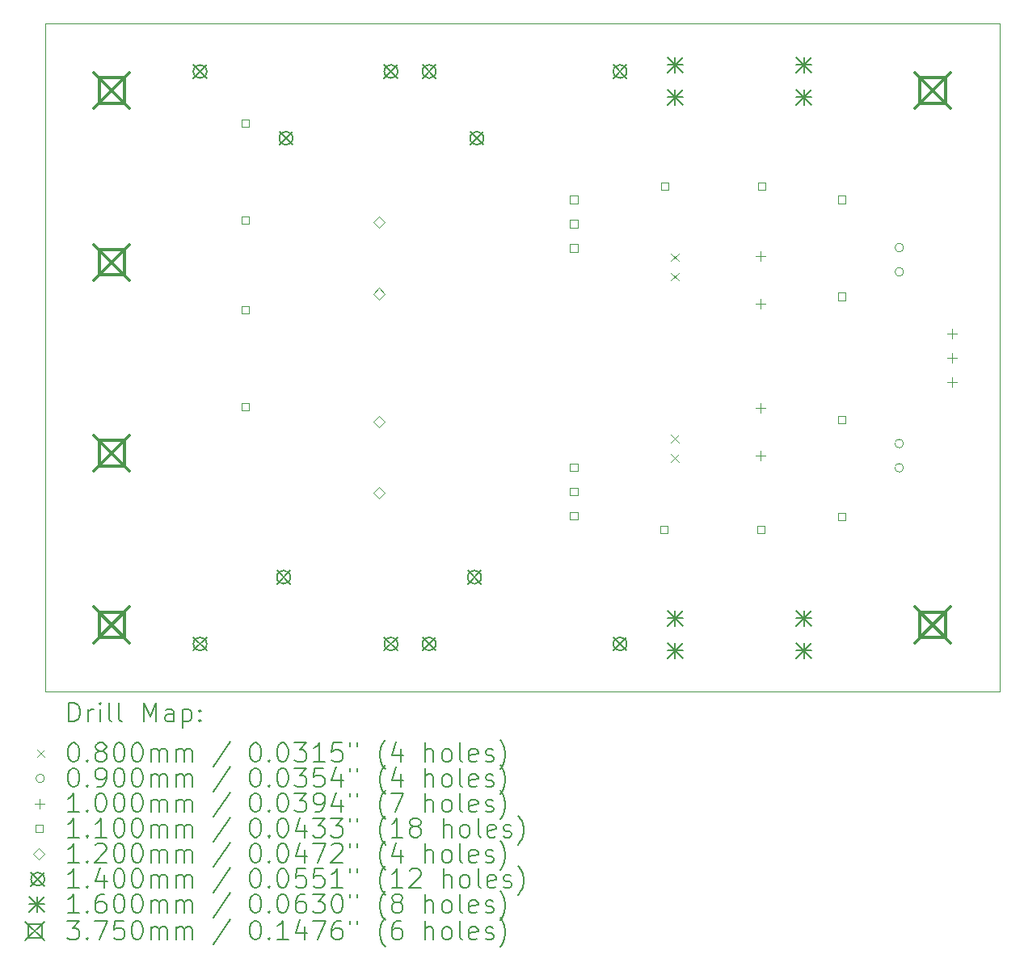
<source format=gbr>
%TF.GenerationSoftware,KiCad,Pcbnew,(6.0.10)*%
%TF.CreationDate,2023-01-15T18:31:13-05:00*%
%TF.ProjectId,Bipolar power supply,4269706f-6c61-4722-9070-6f7765722073,0*%
%TF.SameCoordinates,PX2faf080PY80befc0*%
%TF.FileFunction,Drillmap*%
%TF.FilePolarity,Positive*%
%FSLAX45Y45*%
G04 Gerber Fmt 4.5, Leading zero omitted, Abs format (unit mm)*
G04 Created by KiCad (PCBNEW (6.0.10)) date 2023-01-15 18:31:13*
%MOMM*%
%LPD*%
G01*
G04 APERTURE LIST*
%ADD10C,0.100000*%
%ADD11C,0.200000*%
%ADD12C,0.080000*%
%ADD13C,0.090000*%
%ADD14C,0.110000*%
%ADD15C,0.120000*%
%ADD16C,0.140000*%
%ADD17C,0.160000*%
%ADD18C,0.375000*%
G04 APERTURE END LIST*
D10*
X0Y7000000D02*
X10000000Y7000000D01*
X10000000Y7000000D02*
X10000000Y0D01*
X10000000Y0D02*
X0Y0D01*
X0Y0D02*
X0Y7000000D01*
D11*
D12*
X6560000Y4590000D02*
X6640000Y4510000D01*
X6640000Y4590000D02*
X6560000Y4510000D01*
X6560000Y4390000D02*
X6640000Y4310000D01*
X6640000Y4390000D02*
X6560000Y4310000D01*
X6560000Y2690000D02*
X6640000Y2610000D01*
X6640000Y2690000D02*
X6560000Y2610000D01*
X6560000Y2490000D02*
X6640000Y2410000D01*
X6640000Y2490000D02*
X6560000Y2410000D01*
D13*
X8995000Y4654000D02*
G75*
G03*
X8995000Y4654000I-45000J0D01*
G01*
X8995000Y4400000D02*
G75*
G03*
X8995000Y4400000I-45000J0D01*
G01*
X8995000Y2600000D02*
G75*
G03*
X8995000Y2600000I-45000J0D01*
G01*
X8995000Y2346000D02*
G75*
G03*
X8995000Y2346000I-45000J0D01*
G01*
D10*
X7500000Y4613232D02*
X7500000Y4513232D01*
X7450000Y4563232D02*
X7550000Y4563232D01*
X7500000Y4113232D02*
X7500000Y4013232D01*
X7450000Y4063232D02*
X7550000Y4063232D01*
X7500000Y3020606D02*
X7500000Y2920606D01*
X7450000Y2970606D02*
X7550000Y2970606D01*
X7500000Y2520606D02*
X7500000Y2420606D01*
X7450000Y2470606D02*
X7550000Y2470606D01*
X9500000Y3802500D02*
X9500000Y3702500D01*
X9450000Y3752500D02*
X9550000Y3752500D01*
X9500000Y3548500D02*
X9500000Y3448500D01*
X9450000Y3498500D02*
X9550000Y3498500D01*
X9500000Y3294500D02*
X9500000Y3194500D01*
X9450000Y3244500D02*
X9550000Y3244500D01*
D14*
X2138891Y5919109D02*
X2138891Y5996891D01*
X2061109Y5996891D01*
X2061109Y5919109D01*
X2138891Y5919109D01*
X2138891Y4903109D02*
X2138891Y4980891D01*
X2061109Y4980891D01*
X2061109Y4903109D01*
X2138891Y4903109D01*
X2138891Y3961109D02*
X2138891Y4038891D01*
X2061109Y4038891D01*
X2061109Y3961109D01*
X2138891Y3961109D01*
X2138891Y2945109D02*
X2138891Y3022891D01*
X2061109Y3022891D01*
X2061109Y2945109D01*
X2138891Y2945109D01*
X5578891Y5119109D02*
X5578891Y5196891D01*
X5501109Y5196891D01*
X5501109Y5119109D01*
X5578891Y5119109D01*
X5578891Y4865109D02*
X5578891Y4942891D01*
X5501109Y4942891D01*
X5501109Y4865109D01*
X5578891Y4865109D01*
X5578891Y4611109D02*
X5578891Y4688891D01*
X5501109Y4688891D01*
X5501109Y4611109D01*
X5578891Y4611109D01*
X5578891Y2314109D02*
X5578891Y2391891D01*
X5501109Y2391891D01*
X5501109Y2314109D01*
X5578891Y2314109D01*
X5578891Y2060109D02*
X5578891Y2137891D01*
X5501109Y2137891D01*
X5501109Y2060109D01*
X5578891Y2060109D01*
X5578891Y1806109D02*
X5578891Y1883891D01*
X5501109Y1883891D01*
X5501109Y1806109D01*
X5578891Y1806109D01*
X6522891Y1661109D02*
X6522891Y1738891D01*
X6445109Y1738891D01*
X6445109Y1661109D01*
X6522891Y1661109D01*
X6530891Y5261109D02*
X6530891Y5338891D01*
X6453109Y5338891D01*
X6453109Y5261109D01*
X6530891Y5261109D01*
X7538891Y1661109D02*
X7538891Y1738891D01*
X7461109Y1738891D01*
X7461109Y1661109D01*
X7538891Y1661109D01*
X7546891Y5261109D02*
X7546891Y5338891D01*
X7469109Y5338891D01*
X7469109Y5261109D01*
X7546891Y5261109D01*
X8388891Y5119109D02*
X8388891Y5196891D01*
X8311109Y5196891D01*
X8311109Y5119109D01*
X8388891Y5119109D01*
X8388891Y4103109D02*
X8388891Y4180891D01*
X8311109Y4180891D01*
X8311109Y4103109D01*
X8388891Y4103109D01*
X8388891Y2811109D02*
X8388891Y2888891D01*
X8311109Y2888891D01*
X8311109Y2811109D01*
X8388891Y2811109D01*
X8388891Y1795109D02*
X8388891Y1872891D01*
X8311109Y1872891D01*
X8311109Y1795109D01*
X8388891Y1795109D01*
D15*
X3500000Y4860914D02*
X3560000Y4920914D01*
X3500000Y4980914D01*
X3440000Y4920914D01*
X3500000Y4860914D01*
X3500000Y4110914D02*
X3560000Y4170914D01*
X3500000Y4230914D01*
X3440000Y4170914D01*
X3500000Y4110914D01*
X3500000Y2772652D02*
X3560000Y2832652D01*
X3500000Y2892652D01*
X3440000Y2832652D01*
X3500000Y2772652D01*
X3500000Y2022652D02*
X3560000Y2082652D01*
X3500000Y2142652D01*
X3440000Y2082652D01*
X3500000Y2022652D01*
D16*
X1555000Y6570000D02*
X1695000Y6430000D01*
X1695000Y6570000D02*
X1555000Y6430000D01*
X1695000Y6500000D02*
G75*
G03*
X1695000Y6500000I-70000J0D01*
G01*
X1555000Y570000D02*
X1695000Y430000D01*
X1695000Y570000D02*
X1555000Y430000D01*
X1695000Y500000D02*
G75*
G03*
X1695000Y500000I-70000J0D01*
G01*
X2430000Y1270000D02*
X2570000Y1130000D01*
X2570000Y1270000D02*
X2430000Y1130000D01*
X2570000Y1200000D02*
G75*
G03*
X2570000Y1200000I-70000J0D01*
G01*
X2455000Y5870000D02*
X2595000Y5730000D01*
X2595000Y5870000D02*
X2455000Y5730000D01*
X2595000Y5800000D02*
G75*
G03*
X2595000Y5800000I-70000J0D01*
G01*
X3555000Y6570000D02*
X3695000Y6430000D01*
X3695000Y6570000D02*
X3555000Y6430000D01*
X3695000Y6500000D02*
G75*
G03*
X3695000Y6500000I-70000J0D01*
G01*
X3555000Y570000D02*
X3695000Y430000D01*
X3695000Y570000D02*
X3555000Y430000D01*
X3695000Y500000D02*
G75*
G03*
X3695000Y500000I-70000J0D01*
G01*
X3955000Y6570000D02*
X4095000Y6430000D01*
X4095000Y6570000D02*
X3955000Y6430000D01*
X4095000Y6500000D02*
G75*
G03*
X4095000Y6500000I-70000J0D01*
G01*
X3955000Y570000D02*
X4095000Y430000D01*
X4095000Y570000D02*
X3955000Y430000D01*
X4095000Y500000D02*
G75*
G03*
X4095000Y500000I-70000J0D01*
G01*
X4430000Y1270000D02*
X4570000Y1130000D01*
X4570000Y1270000D02*
X4430000Y1130000D01*
X4570000Y1200000D02*
G75*
G03*
X4570000Y1200000I-70000J0D01*
G01*
X4455000Y5870000D02*
X4595000Y5730000D01*
X4595000Y5870000D02*
X4455000Y5730000D01*
X4595000Y5800000D02*
G75*
G03*
X4595000Y5800000I-70000J0D01*
G01*
X5955000Y6570000D02*
X6095000Y6430000D01*
X6095000Y6570000D02*
X5955000Y6430000D01*
X6095000Y6500000D02*
G75*
G03*
X6095000Y6500000I-70000J0D01*
G01*
X5955000Y570000D02*
X6095000Y430000D01*
X6095000Y570000D02*
X5955000Y430000D01*
X6095000Y500000D02*
G75*
G03*
X6095000Y500000I-70000J0D01*
G01*
D17*
X6520000Y6650000D02*
X6680000Y6490000D01*
X6680000Y6650000D02*
X6520000Y6490000D01*
X6600000Y6650000D02*
X6600000Y6490000D01*
X6520000Y6570000D02*
X6680000Y6570000D01*
X6520000Y6310000D02*
X6680000Y6150000D01*
X6680000Y6310000D02*
X6520000Y6150000D01*
X6600000Y6310000D02*
X6600000Y6150000D01*
X6520000Y6230000D02*
X6680000Y6230000D01*
X6520000Y850000D02*
X6680000Y690000D01*
X6680000Y850000D02*
X6520000Y690000D01*
X6600000Y850000D02*
X6600000Y690000D01*
X6520000Y770000D02*
X6680000Y770000D01*
X6520000Y510000D02*
X6680000Y350000D01*
X6680000Y510000D02*
X6520000Y350000D01*
X6600000Y510000D02*
X6600000Y350000D01*
X6520000Y430000D02*
X6680000Y430000D01*
X7870000Y6650000D02*
X8030000Y6490000D01*
X8030000Y6650000D02*
X7870000Y6490000D01*
X7950000Y6650000D02*
X7950000Y6490000D01*
X7870000Y6570000D02*
X8030000Y6570000D01*
X7870000Y6310000D02*
X8030000Y6150000D01*
X8030000Y6310000D02*
X7870000Y6150000D01*
X7950000Y6310000D02*
X7950000Y6150000D01*
X7870000Y6230000D02*
X8030000Y6230000D01*
X7870000Y850000D02*
X8030000Y690000D01*
X8030000Y850000D02*
X7870000Y690000D01*
X7950000Y850000D02*
X7950000Y690000D01*
X7870000Y770000D02*
X8030000Y770000D01*
X7870000Y510000D02*
X8030000Y350000D01*
X8030000Y510000D02*
X7870000Y350000D01*
X7950000Y510000D02*
X7950000Y350000D01*
X7870000Y430000D02*
X8030000Y430000D01*
D18*
X512500Y6487500D02*
X887500Y6112500D01*
X887500Y6487500D02*
X512500Y6112500D01*
X832584Y6167416D02*
X832584Y6432584D01*
X567416Y6432584D01*
X567416Y6167416D01*
X832584Y6167416D01*
X512500Y4687500D02*
X887500Y4312500D01*
X887500Y4687500D02*
X512500Y4312500D01*
X832584Y4367416D02*
X832584Y4632584D01*
X567416Y4632584D01*
X567416Y4367416D01*
X832584Y4367416D01*
X512500Y2687500D02*
X887500Y2312500D01*
X887500Y2687500D02*
X512500Y2312500D01*
X832584Y2367416D02*
X832584Y2632584D01*
X567416Y2632584D01*
X567416Y2367416D01*
X832584Y2367416D01*
X512500Y887500D02*
X887500Y512500D01*
X887500Y887500D02*
X512500Y512500D01*
X832584Y567416D02*
X832584Y832584D01*
X567416Y832584D01*
X567416Y567416D01*
X832584Y567416D01*
X9112500Y6487500D02*
X9487500Y6112500D01*
X9487500Y6487500D02*
X9112500Y6112500D01*
X9432584Y6167416D02*
X9432584Y6432584D01*
X9167416Y6432584D01*
X9167416Y6167416D01*
X9432584Y6167416D01*
X9112500Y887500D02*
X9487500Y512500D01*
X9487500Y887500D02*
X9112500Y512500D01*
X9432584Y567416D02*
X9432584Y832584D01*
X9167416Y832584D01*
X9167416Y567416D01*
X9432584Y567416D01*
D11*
X252619Y-315476D02*
X252619Y-115476D01*
X300238Y-115476D01*
X328810Y-125000D01*
X347857Y-144048D01*
X357381Y-163095D01*
X366905Y-201190D01*
X366905Y-229762D01*
X357381Y-267857D01*
X347857Y-286905D01*
X328810Y-305952D01*
X300238Y-315476D01*
X252619Y-315476D01*
X452619Y-315476D02*
X452619Y-182143D01*
X452619Y-220238D02*
X462143Y-201190D01*
X471667Y-191667D01*
X490714Y-182143D01*
X509762Y-182143D01*
X576429Y-315476D02*
X576429Y-182143D01*
X576429Y-115476D02*
X566905Y-125000D01*
X576429Y-134524D01*
X585952Y-125000D01*
X576429Y-115476D01*
X576429Y-134524D01*
X700238Y-315476D02*
X681190Y-305952D01*
X671667Y-286905D01*
X671667Y-115476D01*
X805000Y-315476D02*
X785952Y-305952D01*
X776428Y-286905D01*
X776428Y-115476D01*
X1033571Y-315476D02*
X1033571Y-115476D01*
X1100238Y-258333D01*
X1166905Y-115476D01*
X1166905Y-315476D01*
X1347857Y-315476D02*
X1347857Y-210714D01*
X1338333Y-191667D01*
X1319286Y-182143D01*
X1281190Y-182143D01*
X1262143Y-191667D01*
X1347857Y-305952D02*
X1328810Y-315476D01*
X1281190Y-315476D01*
X1262143Y-305952D01*
X1252619Y-286905D01*
X1252619Y-267857D01*
X1262143Y-248809D01*
X1281190Y-239286D01*
X1328810Y-239286D01*
X1347857Y-229762D01*
X1443095Y-182143D02*
X1443095Y-382143D01*
X1443095Y-191667D02*
X1462143Y-182143D01*
X1500238Y-182143D01*
X1519286Y-191667D01*
X1528809Y-201190D01*
X1538333Y-220238D01*
X1538333Y-277381D01*
X1528809Y-296429D01*
X1519286Y-305952D01*
X1500238Y-315476D01*
X1462143Y-315476D01*
X1443095Y-305952D01*
X1624048Y-296429D02*
X1633571Y-305952D01*
X1624048Y-315476D01*
X1614524Y-305952D01*
X1624048Y-296429D01*
X1624048Y-315476D01*
X1624048Y-191667D02*
X1633571Y-201190D01*
X1624048Y-210714D01*
X1614524Y-201190D01*
X1624048Y-191667D01*
X1624048Y-210714D01*
D12*
X-85000Y-605000D02*
X-5000Y-685000D01*
X-5000Y-605000D02*
X-85000Y-685000D01*
D11*
X290714Y-535476D02*
X309762Y-535476D01*
X328810Y-545000D01*
X338333Y-554524D01*
X347857Y-573571D01*
X357381Y-611667D01*
X357381Y-659286D01*
X347857Y-697381D01*
X338333Y-716428D01*
X328810Y-725952D01*
X309762Y-735476D01*
X290714Y-735476D01*
X271667Y-725952D01*
X262143Y-716428D01*
X252619Y-697381D01*
X243095Y-659286D01*
X243095Y-611667D01*
X252619Y-573571D01*
X262143Y-554524D01*
X271667Y-545000D01*
X290714Y-535476D01*
X443095Y-716428D02*
X452619Y-725952D01*
X443095Y-735476D01*
X433571Y-725952D01*
X443095Y-716428D01*
X443095Y-735476D01*
X566905Y-621190D02*
X547857Y-611667D01*
X538333Y-602143D01*
X528810Y-583095D01*
X528810Y-573571D01*
X538333Y-554524D01*
X547857Y-545000D01*
X566905Y-535476D01*
X605000Y-535476D01*
X624048Y-545000D01*
X633571Y-554524D01*
X643095Y-573571D01*
X643095Y-583095D01*
X633571Y-602143D01*
X624048Y-611667D01*
X605000Y-621190D01*
X566905Y-621190D01*
X547857Y-630714D01*
X538333Y-640238D01*
X528810Y-659286D01*
X528810Y-697381D01*
X538333Y-716428D01*
X547857Y-725952D01*
X566905Y-735476D01*
X605000Y-735476D01*
X624048Y-725952D01*
X633571Y-716428D01*
X643095Y-697381D01*
X643095Y-659286D01*
X633571Y-640238D01*
X624048Y-630714D01*
X605000Y-621190D01*
X766905Y-535476D02*
X785952Y-535476D01*
X805000Y-545000D01*
X814524Y-554524D01*
X824048Y-573571D01*
X833571Y-611667D01*
X833571Y-659286D01*
X824048Y-697381D01*
X814524Y-716428D01*
X805000Y-725952D01*
X785952Y-735476D01*
X766905Y-735476D01*
X747857Y-725952D01*
X738333Y-716428D01*
X728809Y-697381D01*
X719286Y-659286D01*
X719286Y-611667D01*
X728809Y-573571D01*
X738333Y-554524D01*
X747857Y-545000D01*
X766905Y-535476D01*
X957381Y-535476D02*
X976428Y-535476D01*
X995476Y-545000D01*
X1005000Y-554524D01*
X1014524Y-573571D01*
X1024048Y-611667D01*
X1024048Y-659286D01*
X1014524Y-697381D01*
X1005000Y-716428D01*
X995476Y-725952D01*
X976428Y-735476D01*
X957381Y-735476D01*
X938333Y-725952D01*
X928809Y-716428D01*
X919286Y-697381D01*
X909762Y-659286D01*
X909762Y-611667D01*
X919286Y-573571D01*
X928809Y-554524D01*
X938333Y-545000D01*
X957381Y-535476D01*
X1109762Y-735476D02*
X1109762Y-602143D01*
X1109762Y-621190D02*
X1119286Y-611667D01*
X1138333Y-602143D01*
X1166905Y-602143D01*
X1185952Y-611667D01*
X1195476Y-630714D01*
X1195476Y-735476D01*
X1195476Y-630714D02*
X1205000Y-611667D01*
X1224048Y-602143D01*
X1252619Y-602143D01*
X1271667Y-611667D01*
X1281190Y-630714D01*
X1281190Y-735476D01*
X1376429Y-735476D02*
X1376429Y-602143D01*
X1376429Y-621190D02*
X1385952Y-611667D01*
X1405000Y-602143D01*
X1433571Y-602143D01*
X1452619Y-611667D01*
X1462143Y-630714D01*
X1462143Y-735476D01*
X1462143Y-630714D02*
X1471667Y-611667D01*
X1490714Y-602143D01*
X1519286Y-602143D01*
X1538333Y-611667D01*
X1547857Y-630714D01*
X1547857Y-735476D01*
X1938333Y-525952D02*
X1766905Y-783095D01*
X2195476Y-535476D02*
X2214524Y-535476D01*
X2233571Y-545000D01*
X2243095Y-554524D01*
X2252619Y-573571D01*
X2262143Y-611667D01*
X2262143Y-659286D01*
X2252619Y-697381D01*
X2243095Y-716428D01*
X2233571Y-725952D01*
X2214524Y-735476D01*
X2195476Y-735476D01*
X2176429Y-725952D01*
X2166905Y-716428D01*
X2157381Y-697381D01*
X2147857Y-659286D01*
X2147857Y-611667D01*
X2157381Y-573571D01*
X2166905Y-554524D01*
X2176429Y-545000D01*
X2195476Y-535476D01*
X2347857Y-716428D02*
X2357381Y-725952D01*
X2347857Y-735476D01*
X2338333Y-725952D01*
X2347857Y-716428D01*
X2347857Y-735476D01*
X2481190Y-535476D02*
X2500238Y-535476D01*
X2519286Y-545000D01*
X2528810Y-554524D01*
X2538333Y-573571D01*
X2547857Y-611667D01*
X2547857Y-659286D01*
X2538333Y-697381D01*
X2528810Y-716428D01*
X2519286Y-725952D01*
X2500238Y-735476D01*
X2481190Y-735476D01*
X2462143Y-725952D01*
X2452619Y-716428D01*
X2443095Y-697381D01*
X2433571Y-659286D01*
X2433571Y-611667D01*
X2443095Y-573571D01*
X2452619Y-554524D01*
X2462143Y-545000D01*
X2481190Y-535476D01*
X2614524Y-535476D02*
X2738333Y-535476D01*
X2671667Y-611667D01*
X2700238Y-611667D01*
X2719286Y-621190D01*
X2728810Y-630714D01*
X2738333Y-649762D01*
X2738333Y-697381D01*
X2728810Y-716428D01*
X2719286Y-725952D01*
X2700238Y-735476D01*
X2643095Y-735476D01*
X2624048Y-725952D01*
X2614524Y-716428D01*
X2928809Y-735476D02*
X2814524Y-735476D01*
X2871667Y-735476D02*
X2871667Y-535476D01*
X2852619Y-564048D01*
X2833571Y-583095D01*
X2814524Y-592619D01*
X3109762Y-535476D02*
X3014524Y-535476D01*
X3005000Y-630714D01*
X3014524Y-621190D01*
X3033571Y-611667D01*
X3081190Y-611667D01*
X3100238Y-621190D01*
X3109762Y-630714D01*
X3119286Y-649762D01*
X3119286Y-697381D01*
X3109762Y-716428D01*
X3100238Y-725952D01*
X3081190Y-735476D01*
X3033571Y-735476D01*
X3014524Y-725952D01*
X3005000Y-716428D01*
X3195476Y-535476D02*
X3195476Y-573571D01*
X3271667Y-535476D02*
X3271667Y-573571D01*
X3566905Y-811667D02*
X3557381Y-802143D01*
X3538333Y-773571D01*
X3528809Y-754524D01*
X3519286Y-725952D01*
X3509762Y-678333D01*
X3509762Y-640238D01*
X3519286Y-592619D01*
X3528809Y-564048D01*
X3538333Y-545000D01*
X3557381Y-516428D01*
X3566905Y-506905D01*
X3728809Y-602143D02*
X3728809Y-735476D01*
X3681190Y-525952D02*
X3633571Y-668810D01*
X3757381Y-668810D01*
X3985952Y-735476D02*
X3985952Y-535476D01*
X4071667Y-735476D02*
X4071667Y-630714D01*
X4062143Y-611667D01*
X4043095Y-602143D01*
X4014524Y-602143D01*
X3995476Y-611667D01*
X3985952Y-621190D01*
X4195476Y-735476D02*
X4176428Y-725952D01*
X4166905Y-716428D01*
X4157381Y-697381D01*
X4157381Y-640238D01*
X4166905Y-621190D01*
X4176428Y-611667D01*
X4195476Y-602143D01*
X4224048Y-602143D01*
X4243095Y-611667D01*
X4252619Y-621190D01*
X4262143Y-640238D01*
X4262143Y-697381D01*
X4252619Y-716428D01*
X4243095Y-725952D01*
X4224048Y-735476D01*
X4195476Y-735476D01*
X4376429Y-735476D02*
X4357381Y-725952D01*
X4347857Y-706905D01*
X4347857Y-535476D01*
X4528810Y-725952D02*
X4509762Y-735476D01*
X4471667Y-735476D01*
X4452619Y-725952D01*
X4443095Y-706905D01*
X4443095Y-630714D01*
X4452619Y-611667D01*
X4471667Y-602143D01*
X4509762Y-602143D01*
X4528810Y-611667D01*
X4538333Y-630714D01*
X4538333Y-649762D01*
X4443095Y-668810D01*
X4614524Y-725952D02*
X4633571Y-735476D01*
X4671667Y-735476D01*
X4690714Y-725952D01*
X4700238Y-706905D01*
X4700238Y-697381D01*
X4690714Y-678333D01*
X4671667Y-668810D01*
X4643095Y-668810D01*
X4624048Y-659286D01*
X4614524Y-640238D01*
X4614524Y-630714D01*
X4624048Y-611667D01*
X4643095Y-602143D01*
X4671667Y-602143D01*
X4690714Y-611667D01*
X4766905Y-811667D02*
X4776429Y-802143D01*
X4795476Y-773571D01*
X4805000Y-754524D01*
X4814524Y-725952D01*
X4824048Y-678333D01*
X4824048Y-640238D01*
X4814524Y-592619D01*
X4805000Y-564048D01*
X4795476Y-545000D01*
X4776429Y-516428D01*
X4766905Y-506905D01*
D13*
X-5000Y-909000D02*
G75*
G03*
X-5000Y-909000I-45000J0D01*
G01*
D11*
X290714Y-799476D02*
X309762Y-799476D01*
X328810Y-809000D01*
X338333Y-818524D01*
X347857Y-837571D01*
X357381Y-875667D01*
X357381Y-923286D01*
X347857Y-961381D01*
X338333Y-980428D01*
X328810Y-989952D01*
X309762Y-999476D01*
X290714Y-999476D01*
X271667Y-989952D01*
X262143Y-980428D01*
X252619Y-961381D01*
X243095Y-923286D01*
X243095Y-875667D01*
X252619Y-837571D01*
X262143Y-818524D01*
X271667Y-809000D01*
X290714Y-799476D01*
X443095Y-980428D02*
X452619Y-989952D01*
X443095Y-999476D01*
X433571Y-989952D01*
X443095Y-980428D01*
X443095Y-999476D01*
X547857Y-999476D02*
X585952Y-999476D01*
X605000Y-989952D01*
X614524Y-980428D01*
X633571Y-951857D01*
X643095Y-913762D01*
X643095Y-837571D01*
X633571Y-818524D01*
X624048Y-809000D01*
X605000Y-799476D01*
X566905Y-799476D01*
X547857Y-809000D01*
X538333Y-818524D01*
X528810Y-837571D01*
X528810Y-885190D01*
X538333Y-904238D01*
X547857Y-913762D01*
X566905Y-923286D01*
X605000Y-923286D01*
X624048Y-913762D01*
X633571Y-904238D01*
X643095Y-885190D01*
X766905Y-799476D02*
X785952Y-799476D01*
X805000Y-809000D01*
X814524Y-818524D01*
X824048Y-837571D01*
X833571Y-875667D01*
X833571Y-923286D01*
X824048Y-961381D01*
X814524Y-980428D01*
X805000Y-989952D01*
X785952Y-999476D01*
X766905Y-999476D01*
X747857Y-989952D01*
X738333Y-980428D01*
X728809Y-961381D01*
X719286Y-923286D01*
X719286Y-875667D01*
X728809Y-837571D01*
X738333Y-818524D01*
X747857Y-809000D01*
X766905Y-799476D01*
X957381Y-799476D02*
X976428Y-799476D01*
X995476Y-809000D01*
X1005000Y-818524D01*
X1014524Y-837571D01*
X1024048Y-875667D01*
X1024048Y-923286D01*
X1014524Y-961381D01*
X1005000Y-980428D01*
X995476Y-989952D01*
X976428Y-999476D01*
X957381Y-999476D01*
X938333Y-989952D01*
X928809Y-980428D01*
X919286Y-961381D01*
X909762Y-923286D01*
X909762Y-875667D01*
X919286Y-837571D01*
X928809Y-818524D01*
X938333Y-809000D01*
X957381Y-799476D01*
X1109762Y-999476D02*
X1109762Y-866143D01*
X1109762Y-885190D02*
X1119286Y-875667D01*
X1138333Y-866143D01*
X1166905Y-866143D01*
X1185952Y-875667D01*
X1195476Y-894714D01*
X1195476Y-999476D01*
X1195476Y-894714D02*
X1205000Y-875667D01*
X1224048Y-866143D01*
X1252619Y-866143D01*
X1271667Y-875667D01*
X1281190Y-894714D01*
X1281190Y-999476D01*
X1376429Y-999476D02*
X1376429Y-866143D01*
X1376429Y-885190D02*
X1385952Y-875667D01*
X1405000Y-866143D01*
X1433571Y-866143D01*
X1452619Y-875667D01*
X1462143Y-894714D01*
X1462143Y-999476D01*
X1462143Y-894714D02*
X1471667Y-875667D01*
X1490714Y-866143D01*
X1519286Y-866143D01*
X1538333Y-875667D01*
X1547857Y-894714D01*
X1547857Y-999476D01*
X1938333Y-789952D02*
X1766905Y-1047095D01*
X2195476Y-799476D02*
X2214524Y-799476D01*
X2233571Y-809000D01*
X2243095Y-818524D01*
X2252619Y-837571D01*
X2262143Y-875667D01*
X2262143Y-923286D01*
X2252619Y-961381D01*
X2243095Y-980428D01*
X2233571Y-989952D01*
X2214524Y-999476D01*
X2195476Y-999476D01*
X2176429Y-989952D01*
X2166905Y-980428D01*
X2157381Y-961381D01*
X2147857Y-923286D01*
X2147857Y-875667D01*
X2157381Y-837571D01*
X2166905Y-818524D01*
X2176429Y-809000D01*
X2195476Y-799476D01*
X2347857Y-980428D02*
X2357381Y-989952D01*
X2347857Y-999476D01*
X2338333Y-989952D01*
X2347857Y-980428D01*
X2347857Y-999476D01*
X2481190Y-799476D02*
X2500238Y-799476D01*
X2519286Y-809000D01*
X2528810Y-818524D01*
X2538333Y-837571D01*
X2547857Y-875667D01*
X2547857Y-923286D01*
X2538333Y-961381D01*
X2528810Y-980428D01*
X2519286Y-989952D01*
X2500238Y-999476D01*
X2481190Y-999476D01*
X2462143Y-989952D01*
X2452619Y-980428D01*
X2443095Y-961381D01*
X2433571Y-923286D01*
X2433571Y-875667D01*
X2443095Y-837571D01*
X2452619Y-818524D01*
X2462143Y-809000D01*
X2481190Y-799476D01*
X2614524Y-799476D02*
X2738333Y-799476D01*
X2671667Y-875667D01*
X2700238Y-875667D01*
X2719286Y-885190D01*
X2728810Y-894714D01*
X2738333Y-913762D01*
X2738333Y-961381D01*
X2728810Y-980428D01*
X2719286Y-989952D01*
X2700238Y-999476D01*
X2643095Y-999476D01*
X2624048Y-989952D01*
X2614524Y-980428D01*
X2919286Y-799476D02*
X2824048Y-799476D01*
X2814524Y-894714D01*
X2824048Y-885190D01*
X2843095Y-875667D01*
X2890714Y-875667D01*
X2909762Y-885190D01*
X2919286Y-894714D01*
X2928809Y-913762D01*
X2928809Y-961381D01*
X2919286Y-980428D01*
X2909762Y-989952D01*
X2890714Y-999476D01*
X2843095Y-999476D01*
X2824048Y-989952D01*
X2814524Y-980428D01*
X3100238Y-866143D02*
X3100238Y-999476D01*
X3052619Y-789952D02*
X3005000Y-932809D01*
X3128809Y-932809D01*
X3195476Y-799476D02*
X3195476Y-837571D01*
X3271667Y-799476D02*
X3271667Y-837571D01*
X3566905Y-1075667D02*
X3557381Y-1066143D01*
X3538333Y-1037571D01*
X3528809Y-1018524D01*
X3519286Y-989952D01*
X3509762Y-942333D01*
X3509762Y-904238D01*
X3519286Y-856619D01*
X3528809Y-828048D01*
X3538333Y-809000D01*
X3557381Y-780428D01*
X3566905Y-770905D01*
X3728809Y-866143D02*
X3728809Y-999476D01*
X3681190Y-789952D02*
X3633571Y-932809D01*
X3757381Y-932809D01*
X3985952Y-999476D02*
X3985952Y-799476D01*
X4071667Y-999476D02*
X4071667Y-894714D01*
X4062143Y-875667D01*
X4043095Y-866143D01*
X4014524Y-866143D01*
X3995476Y-875667D01*
X3985952Y-885190D01*
X4195476Y-999476D02*
X4176428Y-989952D01*
X4166905Y-980428D01*
X4157381Y-961381D01*
X4157381Y-904238D01*
X4166905Y-885190D01*
X4176428Y-875667D01*
X4195476Y-866143D01*
X4224048Y-866143D01*
X4243095Y-875667D01*
X4252619Y-885190D01*
X4262143Y-904238D01*
X4262143Y-961381D01*
X4252619Y-980428D01*
X4243095Y-989952D01*
X4224048Y-999476D01*
X4195476Y-999476D01*
X4376429Y-999476D02*
X4357381Y-989952D01*
X4347857Y-970905D01*
X4347857Y-799476D01*
X4528810Y-989952D02*
X4509762Y-999476D01*
X4471667Y-999476D01*
X4452619Y-989952D01*
X4443095Y-970905D01*
X4443095Y-894714D01*
X4452619Y-875667D01*
X4471667Y-866143D01*
X4509762Y-866143D01*
X4528810Y-875667D01*
X4538333Y-894714D01*
X4538333Y-913762D01*
X4443095Y-932809D01*
X4614524Y-989952D02*
X4633571Y-999476D01*
X4671667Y-999476D01*
X4690714Y-989952D01*
X4700238Y-970905D01*
X4700238Y-961381D01*
X4690714Y-942333D01*
X4671667Y-932809D01*
X4643095Y-932809D01*
X4624048Y-923286D01*
X4614524Y-904238D01*
X4614524Y-894714D01*
X4624048Y-875667D01*
X4643095Y-866143D01*
X4671667Y-866143D01*
X4690714Y-875667D01*
X4766905Y-1075667D02*
X4776429Y-1066143D01*
X4795476Y-1037571D01*
X4805000Y-1018524D01*
X4814524Y-989952D01*
X4824048Y-942333D01*
X4824048Y-904238D01*
X4814524Y-856619D01*
X4805000Y-828048D01*
X4795476Y-809000D01*
X4776429Y-780428D01*
X4766905Y-770905D01*
D10*
X-55000Y-1123000D02*
X-55000Y-1223000D01*
X-105000Y-1173000D02*
X-5000Y-1173000D01*
D11*
X357381Y-1263476D02*
X243095Y-1263476D01*
X300238Y-1263476D02*
X300238Y-1063476D01*
X281190Y-1092048D01*
X262143Y-1111095D01*
X243095Y-1120619D01*
X443095Y-1244429D02*
X452619Y-1253952D01*
X443095Y-1263476D01*
X433571Y-1253952D01*
X443095Y-1244429D01*
X443095Y-1263476D01*
X576429Y-1063476D02*
X595476Y-1063476D01*
X614524Y-1073000D01*
X624048Y-1082524D01*
X633571Y-1101571D01*
X643095Y-1139667D01*
X643095Y-1187286D01*
X633571Y-1225381D01*
X624048Y-1244429D01*
X614524Y-1253952D01*
X595476Y-1263476D01*
X576429Y-1263476D01*
X557381Y-1253952D01*
X547857Y-1244429D01*
X538333Y-1225381D01*
X528810Y-1187286D01*
X528810Y-1139667D01*
X538333Y-1101571D01*
X547857Y-1082524D01*
X557381Y-1073000D01*
X576429Y-1063476D01*
X766905Y-1063476D02*
X785952Y-1063476D01*
X805000Y-1073000D01*
X814524Y-1082524D01*
X824048Y-1101571D01*
X833571Y-1139667D01*
X833571Y-1187286D01*
X824048Y-1225381D01*
X814524Y-1244429D01*
X805000Y-1253952D01*
X785952Y-1263476D01*
X766905Y-1263476D01*
X747857Y-1253952D01*
X738333Y-1244429D01*
X728809Y-1225381D01*
X719286Y-1187286D01*
X719286Y-1139667D01*
X728809Y-1101571D01*
X738333Y-1082524D01*
X747857Y-1073000D01*
X766905Y-1063476D01*
X957381Y-1063476D02*
X976428Y-1063476D01*
X995476Y-1073000D01*
X1005000Y-1082524D01*
X1014524Y-1101571D01*
X1024048Y-1139667D01*
X1024048Y-1187286D01*
X1014524Y-1225381D01*
X1005000Y-1244429D01*
X995476Y-1253952D01*
X976428Y-1263476D01*
X957381Y-1263476D01*
X938333Y-1253952D01*
X928809Y-1244429D01*
X919286Y-1225381D01*
X909762Y-1187286D01*
X909762Y-1139667D01*
X919286Y-1101571D01*
X928809Y-1082524D01*
X938333Y-1073000D01*
X957381Y-1063476D01*
X1109762Y-1263476D02*
X1109762Y-1130143D01*
X1109762Y-1149190D02*
X1119286Y-1139667D01*
X1138333Y-1130143D01*
X1166905Y-1130143D01*
X1185952Y-1139667D01*
X1195476Y-1158714D01*
X1195476Y-1263476D01*
X1195476Y-1158714D02*
X1205000Y-1139667D01*
X1224048Y-1130143D01*
X1252619Y-1130143D01*
X1271667Y-1139667D01*
X1281190Y-1158714D01*
X1281190Y-1263476D01*
X1376429Y-1263476D02*
X1376429Y-1130143D01*
X1376429Y-1149190D02*
X1385952Y-1139667D01*
X1405000Y-1130143D01*
X1433571Y-1130143D01*
X1452619Y-1139667D01*
X1462143Y-1158714D01*
X1462143Y-1263476D01*
X1462143Y-1158714D02*
X1471667Y-1139667D01*
X1490714Y-1130143D01*
X1519286Y-1130143D01*
X1538333Y-1139667D01*
X1547857Y-1158714D01*
X1547857Y-1263476D01*
X1938333Y-1053952D02*
X1766905Y-1311095D01*
X2195476Y-1063476D02*
X2214524Y-1063476D01*
X2233571Y-1073000D01*
X2243095Y-1082524D01*
X2252619Y-1101571D01*
X2262143Y-1139667D01*
X2262143Y-1187286D01*
X2252619Y-1225381D01*
X2243095Y-1244429D01*
X2233571Y-1253952D01*
X2214524Y-1263476D01*
X2195476Y-1263476D01*
X2176429Y-1253952D01*
X2166905Y-1244429D01*
X2157381Y-1225381D01*
X2147857Y-1187286D01*
X2147857Y-1139667D01*
X2157381Y-1101571D01*
X2166905Y-1082524D01*
X2176429Y-1073000D01*
X2195476Y-1063476D01*
X2347857Y-1244429D02*
X2357381Y-1253952D01*
X2347857Y-1263476D01*
X2338333Y-1253952D01*
X2347857Y-1244429D01*
X2347857Y-1263476D01*
X2481190Y-1063476D02*
X2500238Y-1063476D01*
X2519286Y-1073000D01*
X2528810Y-1082524D01*
X2538333Y-1101571D01*
X2547857Y-1139667D01*
X2547857Y-1187286D01*
X2538333Y-1225381D01*
X2528810Y-1244429D01*
X2519286Y-1253952D01*
X2500238Y-1263476D01*
X2481190Y-1263476D01*
X2462143Y-1253952D01*
X2452619Y-1244429D01*
X2443095Y-1225381D01*
X2433571Y-1187286D01*
X2433571Y-1139667D01*
X2443095Y-1101571D01*
X2452619Y-1082524D01*
X2462143Y-1073000D01*
X2481190Y-1063476D01*
X2614524Y-1063476D02*
X2738333Y-1063476D01*
X2671667Y-1139667D01*
X2700238Y-1139667D01*
X2719286Y-1149190D01*
X2728810Y-1158714D01*
X2738333Y-1177762D01*
X2738333Y-1225381D01*
X2728810Y-1244429D01*
X2719286Y-1253952D01*
X2700238Y-1263476D01*
X2643095Y-1263476D01*
X2624048Y-1253952D01*
X2614524Y-1244429D01*
X2833571Y-1263476D02*
X2871667Y-1263476D01*
X2890714Y-1253952D01*
X2900238Y-1244429D01*
X2919286Y-1215857D01*
X2928809Y-1177762D01*
X2928809Y-1101571D01*
X2919286Y-1082524D01*
X2909762Y-1073000D01*
X2890714Y-1063476D01*
X2852619Y-1063476D01*
X2833571Y-1073000D01*
X2824048Y-1082524D01*
X2814524Y-1101571D01*
X2814524Y-1149190D01*
X2824048Y-1168238D01*
X2833571Y-1177762D01*
X2852619Y-1187286D01*
X2890714Y-1187286D01*
X2909762Y-1177762D01*
X2919286Y-1168238D01*
X2928809Y-1149190D01*
X3100238Y-1130143D02*
X3100238Y-1263476D01*
X3052619Y-1053952D02*
X3005000Y-1196810D01*
X3128809Y-1196810D01*
X3195476Y-1063476D02*
X3195476Y-1101571D01*
X3271667Y-1063476D02*
X3271667Y-1101571D01*
X3566905Y-1339667D02*
X3557381Y-1330143D01*
X3538333Y-1301571D01*
X3528809Y-1282524D01*
X3519286Y-1253952D01*
X3509762Y-1206333D01*
X3509762Y-1168238D01*
X3519286Y-1120619D01*
X3528809Y-1092048D01*
X3538333Y-1073000D01*
X3557381Y-1044428D01*
X3566905Y-1034905D01*
X3624048Y-1063476D02*
X3757381Y-1063476D01*
X3671667Y-1263476D01*
X3985952Y-1263476D02*
X3985952Y-1063476D01*
X4071667Y-1263476D02*
X4071667Y-1158714D01*
X4062143Y-1139667D01*
X4043095Y-1130143D01*
X4014524Y-1130143D01*
X3995476Y-1139667D01*
X3985952Y-1149190D01*
X4195476Y-1263476D02*
X4176428Y-1253952D01*
X4166905Y-1244429D01*
X4157381Y-1225381D01*
X4157381Y-1168238D01*
X4166905Y-1149190D01*
X4176428Y-1139667D01*
X4195476Y-1130143D01*
X4224048Y-1130143D01*
X4243095Y-1139667D01*
X4252619Y-1149190D01*
X4262143Y-1168238D01*
X4262143Y-1225381D01*
X4252619Y-1244429D01*
X4243095Y-1253952D01*
X4224048Y-1263476D01*
X4195476Y-1263476D01*
X4376429Y-1263476D02*
X4357381Y-1253952D01*
X4347857Y-1234905D01*
X4347857Y-1063476D01*
X4528810Y-1253952D02*
X4509762Y-1263476D01*
X4471667Y-1263476D01*
X4452619Y-1253952D01*
X4443095Y-1234905D01*
X4443095Y-1158714D01*
X4452619Y-1139667D01*
X4471667Y-1130143D01*
X4509762Y-1130143D01*
X4528810Y-1139667D01*
X4538333Y-1158714D01*
X4538333Y-1177762D01*
X4443095Y-1196810D01*
X4614524Y-1253952D02*
X4633571Y-1263476D01*
X4671667Y-1263476D01*
X4690714Y-1253952D01*
X4700238Y-1234905D01*
X4700238Y-1225381D01*
X4690714Y-1206333D01*
X4671667Y-1196810D01*
X4643095Y-1196810D01*
X4624048Y-1187286D01*
X4614524Y-1168238D01*
X4614524Y-1158714D01*
X4624048Y-1139667D01*
X4643095Y-1130143D01*
X4671667Y-1130143D01*
X4690714Y-1139667D01*
X4766905Y-1339667D02*
X4776429Y-1330143D01*
X4795476Y-1301571D01*
X4805000Y-1282524D01*
X4814524Y-1253952D01*
X4824048Y-1206333D01*
X4824048Y-1168238D01*
X4814524Y-1120619D01*
X4805000Y-1092048D01*
X4795476Y-1073000D01*
X4776429Y-1044428D01*
X4766905Y-1034905D01*
D14*
X-21109Y-1475891D02*
X-21109Y-1398109D01*
X-98891Y-1398109D01*
X-98891Y-1475891D01*
X-21109Y-1475891D01*
D11*
X357381Y-1527476D02*
X243095Y-1527476D01*
X300238Y-1527476D02*
X300238Y-1327476D01*
X281190Y-1356048D01*
X262143Y-1375095D01*
X243095Y-1384619D01*
X443095Y-1508428D02*
X452619Y-1517952D01*
X443095Y-1527476D01*
X433571Y-1517952D01*
X443095Y-1508428D01*
X443095Y-1527476D01*
X643095Y-1527476D02*
X528810Y-1527476D01*
X585952Y-1527476D02*
X585952Y-1327476D01*
X566905Y-1356048D01*
X547857Y-1375095D01*
X528810Y-1384619D01*
X766905Y-1327476D02*
X785952Y-1327476D01*
X805000Y-1337000D01*
X814524Y-1346524D01*
X824048Y-1365571D01*
X833571Y-1403667D01*
X833571Y-1451286D01*
X824048Y-1489381D01*
X814524Y-1508428D01*
X805000Y-1517952D01*
X785952Y-1527476D01*
X766905Y-1527476D01*
X747857Y-1517952D01*
X738333Y-1508428D01*
X728809Y-1489381D01*
X719286Y-1451286D01*
X719286Y-1403667D01*
X728809Y-1365571D01*
X738333Y-1346524D01*
X747857Y-1337000D01*
X766905Y-1327476D01*
X957381Y-1327476D02*
X976428Y-1327476D01*
X995476Y-1337000D01*
X1005000Y-1346524D01*
X1014524Y-1365571D01*
X1024048Y-1403667D01*
X1024048Y-1451286D01*
X1014524Y-1489381D01*
X1005000Y-1508428D01*
X995476Y-1517952D01*
X976428Y-1527476D01*
X957381Y-1527476D01*
X938333Y-1517952D01*
X928809Y-1508428D01*
X919286Y-1489381D01*
X909762Y-1451286D01*
X909762Y-1403667D01*
X919286Y-1365571D01*
X928809Y-1346524D01*
X938333Y-1337000D01*
X957381Y-1327476D01*
X1109762Y-1527476D02*
X1109762Y-1394143D01*
X1109762Y-1413190D02*
X1119286Y-1403667D01*
X1138333Y-1394143D01*
X1166905Y-1394143D01*
X1185952Y-1403667D01*
X1195476Y-1422714D01*
X1195476Y-1527476D01*
X1195476Y-1422714D02*
X1205000Y-1403667D01*
X1224048Y-1394143D01*
X1252619Y-1394143D01*
X1271667Y-1403667D01*
X1281190Y-1422714D01*
X1281190Y-1527476D01*
X1376429Y-1527476D02*
X1376429Y-1394143D01*
X1376429Y-1413190D02*
X1385952Y-1403667D01*
X1405000Y-1394143D01*
X1433571Y-1394143D01*
X1452619Y-1403667D01*
X1462143Y-1422714D01*
X1462143Y-1527476D01*
X1462143Y-1422714D02*
X1471667Y-1403667D01*
X1490714Y-1394143D01*
X1519286Y-1394143D01*
X1538333Y-1403667D01*
X1547857Y-1422714D01*
X1547857Y-1527476D01*
X1938333Y-1317952D02*
X1766905Y-1575095D01*
X2195476Y-1327476D02*
X2214524Y-1327476D01*
X2233571Y-1337000D01*
X2243095Y-1346524D01*
X2252619Y-1365571D01*
X2262143Y-1403667D01*
X2262143Y-1451286D01*
X2252619Y-1489381D01*
X2243095Y-1508428D01*
X2233571Y-1517952D01*
X2214524Y-1527476D01*
X2195476Y-1527476D01*
X2176429Y-1517952D01*
X2166905Y-1508428D01*
X2157381Y-1489381D01*
X2147857Y-1451286D01*
X2147857Y-1403667D01*
X2157381Y-1365571D01*
X2166905Y-1346524D01*
X2176429Y-1337000D01*
X2195476Y-1327476D01*
X2347857Y-1508428D02*
X2357381Y-1517952D01*
X2347857Y-1527476D01*
X2338333Y-1517952D01*
X2347857Y-1508428D01*
X2347857Y-1527476D01*
X2481190Y-1327476D02*
X2500238Y-1327476D01*
X2519286Y-1337000D01*
X2528810Y-1346524D01*
X2538333Y-1365571D01*
X2547857Y-1403667D01*
X2547857Y-1451286D01*
X2538333Y-1489381D01*
X2528810Y-1508428D01*
X2519286Y-1517952D01*
X2500238Y-1527476D01*
X2481190Y-1527476D01*
X2462143Y-1517952D01*
X2452619Y-1508428D01*
X2443095Y-1489381D01*
X2433571Y-1451286D01*
X2433571Y-1403667D01*
X2443095Y-1365571D01*
X2452619Y-1346524D01*
X2462143Y-1337000D01*
X2481190Y-1327476D01*
X2719286Y-1394143D02*
X2719286Y-1527476D01*
X2671667Y-1317952D02*
X2624048Y-1460809D01*
X2747857Y-1460809D01*
X2805000Y-1327476D02*
X2928809Y-1327476D01*
X2862143Y-1403667D01*
X2890714Y-1403667D01*
X2909762Y-1413190D01*
X2919286Y-1422714D01*
X2928809Y-1441762D01*
X2928809Y-1489381D01*
X2919286Y-1508428D01*
X2909762Y-1517952D01*
X2890714Y-1527476D01*
X2833571Y-1527476D01*
X2814524Y-1517952D01*
X2805000Y-1508428D01*
X2995476Y-1327476D02*
X3119286Y-1327476D01*
X3052619Y-1403667D01*
X3081190Y-1403667D01*
X3100238Y-1413190D01*
X3109762Y-1422714D01*
X3119286Y-1441762D01*
X3119286Y-1489381D01*
X3109762Y-1508428D01*
X3100238Y-1517952D01*
X3081190Y-1527476D01*
X3024048Y-1527476D01*
X3005000Y-1517952D01*
X2995476Y-1508428D01*
X3195476Y-1327476D02*
X3195476Y-1365571D01*
X3271667Y-1327476D02*
X3271667Y-1365571D01*
X3566905Y-1603667D02*
X3557381Y-1594143D01*
X3538333Y-1565571D01*
X3528809Y-1546524D01*
X3519286Y-1517952D01*
X3509762Y-1470333D01*
X3509762Y-1432238D01*
X3519286Y-1384619D01*
X3528809Y-1356048D01*
X3538333Y-1337000D01*
X3557381Y-1308429D01*
X3566905Y-1298905D01*
X3747857Y-1527476D02*
X3633571Y-1527476D01*
X3690714Y-1527476D02*
X3690714Y-1327476D01*
X3671667Y-1356048D01*
X3652619Y-1375095D01*
X3633571Y-1384619D01*
X3862143Y-1413190D02*
X3843095Y-1403667D01*
X3833571Y-1394143D01*
X3824048Y-1375095D01*
X3824048Y-1365571D01*
X3833571Y-1346524D01*
X3843095Y-1337000D01*
X3862143Y-1327476D01*
X3900238Y-1327476D01*
X3919286Y-1337000D01*
X3928809Y-1346524D01*
X3938333Y-1365571D01*
X3938333Y-1375095D01*
X3928809Y-1394143D01*
X3919286Y-1403667D01*
X3900238Y-1413190D01*
X3862143Y-1413190D01*
X3843095Y-1422714D01*
X3833571Y-1432238D01*
X3824048Y-1451286D01*
X3824048Y-1489381D01*
X3833571Y-1508428D01*
X3843095Y-1517952D01*
X3862143Y-1527476D01*
X3900238Y-1527476D01*
X3919286Y-1517952D01*
X3928809Y-1508428D01*
X3938333Y-1489381D01*
X3938333Y-1451286D01*
X3928809Y-1432238D01*
X3919286Y-1422714D01*
X3900238Y-1413190D01*
X4176428Y-1527476D02*
X4176428Y-1327476D01*
X4262143Y-1527476D02*
X4262143Y-1422714D01*
X4252619Y-1403667D01*
X4233571Y-1394143D01*
X4205000Y-1394143D01*
X4185952Y-1403667D01*
X4176428Y-1413190D01*
X4385952Y-1527476D02*
X4366905Y-1517952D01*
X4357381Y-1508428D01*
X4347857Y-1489381D01*
X4347857Y-1432238D01*
X4357381Y-1413190D01*
X4366905Y-1403667D01*
X4385952Y-1394143D01*
X4414524Y-1394143D01*
X4433571Y-1403667D01*
X4443095Y-1413190D01*
X4452619Y-1432238D01*
X4452619Y-1489381D01*
X4443095Y-1508428D01*
X4433571Y-1517952D01*
X4414524Y-1527476D01*
X4385952Y-1527476D01*
X4566905Y-1527476D02*
X4547857Y-1517952D01*
X4538333Y-1498905D01*
X4538333Y-1327476D01*
X4719286Y-1517952D02*
X4700238Y-1527476D01*
X4662143Y-1527476D01*
X4643095Y-1517952D01*
X4633571Y-1498905D01*
X4633571Y-1422714D01*
X4643095Y-1403667D01*
X4662143Y-1394143D01*
X4700238Y-1394143D01*
X4719286Y-1403667D01*
X4728810Y-1422714D01*
X4728810Y-1441762D01*
X4633571Y-1460809D01*
X4805000Y-1517952D02*
X4824048Y-1527476D01*
X4862143Y-1527476D01*
X4881190Y-1517952D01*
X4890714Y-1498905D01*
X4890714Y-1489381D01*
X4881190Y-1470333D01*
X4862143Y-1460809D01*
X4833571Y-1460809D01*
X4814524Y-1451286D01*
X4805000Y-1432238D01*
X4805000Y-1422714D01*
X4814524Y-1403667D01*
X4833571Y-1394143D01*
X4862143Y-1394143D01*
X4881190Y-1403667D01*
X4957381Y-1603667D02*
X4966905Y-1594143D01*
X4985952Y-1565571D01*
X4995476Y-1546524D01*
X5005000Y-1517952D01*
X5014524Y-1470333D01*
X5014524Y-1432238D01*
X5005000Y-1384619D01*
X4995476Y-1356048D01*
X4985952Y-1337000D01*
X4966905Y-1308429D01*
X4957381Y-1298905D01*
D15*
X-65000Y-1761000D02*
X-5000Y-1701000D01*
X-65000Y-1641000D01*
X-125000Y-1701000D01*
X-65000Y-1761000D01*
D11*
X357381Y-1791476D02*
X243095Y-1791476D01*
X300238Y-1791476D02*
X300238Y-1591476D01*
X281190Y-1620048D01*
X262143Y-1639095D01*
X243095Y-1648619D01*
X443095Y-1772428D02*
X452619Y-1781952D01*
X443095Y-1791476D01*
X433571Y-1781952D01*
X443095Y-1772428D01*
X443095Y-1791476D01*
X528810Y-1610524D02*
X538333Y-1601000D01*
X557381Y-1591476D01*
X605000Y-1591476D01*
X624048Y-1601000D01*
X633571Y-1610524D01*
X643095Y-1629571D01*
X643095Y-1648619D01*
X633571Y-1677190D01*
X519286Y-1791476D01*
X643095Y-1791476D01*
X766905Y-1591476D02*
X785952Y-1591476D01*
X805000Y-1601000D01*
X814524Y-1610524D01*
X824048Y-1629571D01*
X833571Y-1667667D01*
X833571Y-1715286D01*
X824048Y-1753381D01*
X814524Y-1772428D01*
X805000Y-1781952D01*
X785952Y-1791476D01*
X766905Y-1791476D01*
X747857Y-1781952D01*
X738333Y-1772428D01*
X728809Y-1753381D01*
X719286Y-1715286D01*
X719286Y-1667667D01*
X728809Y-1629571D01*
X738333Y-1610524D01*
X747857Y-1601000D01*
X766905Y-1591476D01*
X957381Y-1591476D02*
X976428Y-1591476D01*
X995476Y-1601000D01*
X1005000Y-1610524D01*
X1014524Y-1629571D01*
X1024048Y-1667667D01*
X1024048Y-1715286D01*
X1014524Y-1753381D01*
X1005000Y-1772428D01*
X995476Y-1781952D01*
X976428Y-1791476D01*
X957381Y-1791476D01*
X938333Y-1781952D01*
X928809Y-1772428D01*
X919286Y-1753381D01*
X909762Y-1715286D01*
X909762Y-1667667D01*
X919286Y-1629571D01*
X928809Y-1610524D01*
X938333Y-1601000D01*
X957381Y-1591476D01*
X1109762Y-1791476D02*
X1109762Y-1658143D01*
X1109762Y-1677190D02*
X1119286Y-1667667D01*
X1138333Y-1658143D01*
X1166905Y-1658143D01*
X1185952Y-1667667D01*
X1195476Y-1686714D01*
X1195476Y-1791476D01*
X1195476Y-1686714D02*
X1205000Y-1667667D01*
X1224048Y-1658143D01*
X1252619Y-1658143D01*
X1271667Y-1667667D01*
X1281190Y-1686714D01*
X1281190Y-1791476D01*
X1376429Y-1791476D02*
X1376429Y-1658143D01*
X1376429Y-1677190D02*
X1385952Y-1667667D01*
X1405000Y-1658143D01*
X1433571Y-1658143D01*
X1452619Y-1667667D01*
X1462143Y-1686714D01*
X1462143Y-1791476D01*
X1462143Y-1686714D02*
X1471667Y-1667667D01*
X1490714Y-1658143D01*
X1519286Y-1658143D01*
X1538333Y-1667667D01*
X1547857Y-1686714D01*
X1547857Y-1791476D01*
X1938333Y-1581952D02*
X1766905Y-1839095D01*
X2195476Y-1591476D02*
X2214524Y-1591476D01*
X2233571Y-1601000D01*
X2243095Y-1610524D01*
X2252619Y-1629571D01*
X2262143Y-1667667D01*
X2262143Y-1715286D01*
X2252619Y-1753381D01*
X2243095Y-1772428D01*
X2233571Y-1781952D01*
X2214524Y-1791476D01*
X2195476Y-1791476D01*
X2176429Y-1781952D01*
X2166905Y-1772428D01*
X2157381Y-1753381D01*
X2147857Y-1715286D01*
X2147857Y-1667667D01*
X2157381Y-1629571D01*
X2166905Y-1610524D01*
X2176429Y-1601000D01*
X2195476Y-1591476D01*
X2347857Y-1772428D02*
X2357381Y-1781952D01*
X2347857Y-1791476D01*
X2338333Y-1781952D01*
X2347857Y-1772428D01*
X2347857Y-1791476D01*
X2481190Y-1591476D02*
X2500238Y-1591476D01*
X2519286Y-1601000D01*
X2528810Y-1610524D01*
X2538333Y-1629571D01*
X2547857Y-1667667D01*
X2547857Y-1715286D01*
X2538333Y-1753381D01*
X2528810Y-1772428D01*
X2519286Y-1781952D01*
X2500238Y-1791476D01*
X2481190Y-1791476D01*
X2462143Y-1781952D01*
X2452619Y-1772428D01*
X2443095Y-1753381D01*
X2433571Y-1715286D01*
X2433571Y-1667667D01*
X2443095Y-1629571D01*
X2452619Y-1610524D01*
X2462143Y-1601000D01*
X2481190Y-1591476D01*
X2719286Y-1658143D02*
X2719286Y-1791476D01*
X2671667Y-1581952D02*
X2624048Y-1724809D01*
X2747857Y-1724809D01*
X2805000Y-1591476D02*
X2938333Y-1591476D01*
X2852619Y-1791476D01*
X3005000Y-1610524D02*
X3014524Y-1601000D01*
X3033571Y-1591476D01*
X3081190Y-1591476D01*
X3100238Y-1601000D01*
X3109762Y-1610524D01*
X3119286Y-1629571D01*
X3119286Y-1648619D01*
X3109762Y-1677190D01*
X2995476Y-1791476D01*
X3119286Y-1791476D01*
X3195476Y-1591476D02*
X3195476Y-1629571D01*
X3271667Y-1591476D02*
X3271667Y-1629571D01*
X3566905Y-1867667D02*
X3557381Y-1858143D01*
X3538333Y-1829571D01*
X3528809Y-1810524D01*
X3519286Y-1781952D01*
X3509762Y-1734333D01*
X3509762Y-1696238D01*
X3519286Y-1648619D01*
X3528809Y-1620048D01*
X3538333Y-1601000D01*
X3557381Y-1572428D01*
X3566905Y-1562905D01*
X3728809Y-1658143D02*
X3728809Y-1791476D01*
X3681190Y-1581952D02*
X3633571Y-1724809D01*
X3757381Y-1724809D01*
X3985952Y-1791476D02*
X3985952Y-1591476D01*
X4071667Y-1791476D02*
X4071667Y-1686714D01*
X4062143Y-1667667D01*
X4043095Y-1658143D01*
X4014524Y-1658143D01*
X3995476Y-1667667D01*
X3985952Y-1677190D01*
X4195476Y-1791476D02*
X4176428Y-1781952D01*
X4166905Y-1772428D01*
X4157381Y-1753381D01*
X4157381Y-1696238D01*
X4166905Y-1677190D01*
X4176428Y-1667667D01*
X4195476Y-1658143D01*
X4224048Y-1658143D01*
X4243095Y-1667667D01*
X4252619Y-1677190D01*
X4262143Y-1696238D01*
X4262143Y-1753381D01*
X4252619Y-1772428D01*
X4243095Y-1781952D01*
X4224048Y-1791476D01*
X4195476Y-1791476D01*
X4376429Y-1791476D02*
X4357381Y-1781952D01*
X4347857Y-1762905D01*
X4347857Y-1591476D01*
X4528810Y-1781952D02*
X4509762Y-1791476D01*
X4471667Y-1791476D01*
X4452619Y-1781952D01*
X4443095Y-1762905D01*
X4443095Y-1686714D01*
X4452619Y-1667667D01*
X4471667Y-1658143D01*
X4509762Y-1658143D01*
X4528810Y-1667667D01*
X4538333Y-1686714D01*
X4538333Y-1705762D01*
X4443095Y-1724809D01*
X4614524Y-1781952D02*
X4633571Y-1791476D01*
X4671667Y-1791476D01*
X4690714Y-1781952D01*
X4700238Y-1762905D01*
X4700238Y-1753381D01*
X4690714Y-1734333D01*
X4671667Y-1724809D01*
X4643095Y-1724809D01*
X4624048Y-1715286D01*
X4614524Y-1696238D01*
X4614524Y-1686714D01*
X4624048Y-1667667D01*
X4643095Y-1658143D01*
X4671667Y-1658143D01*
X4690714Y-1667667D01*
X4766905Y-1867667D02*
X4776429Y-1858143D01*
X4795476Y-1829571D01*
X4805000Y-1810524D01*
X4814524Y-1781952D01*
X4824048Y-1734333D01*
X4824048Y-1696238D01*
X4814524Y-1648619D01*
X4805000Y-1620048D01*
X4795476Y-1601000D01*
X4776429Y-1572428D01*
X4766905Y-1562905D01*
D16*
X-145000Y-1895000D02*
X-5000Y-2035000D01*
X-5000Y-1895000D02*
X-145000Y-2035000D01*
X-5000Y-1965000D02*
G75*
G03*
X-5000Y-1965000I-70000J0D01*
G01*
D11*
X357381Y-2055476D02*
X243095Y-2055476D01*
X300238Y-2055476D02*
X300238Y-1855476D01*
X281190Y-1884048D01*
X262143Y-1903095D01*
X243095Y-1912619D01*
X443095Y-2036428D02*
X452619Y-2045952D01*
X443095Y-2055476D01*
X433571Y-2045952D01*
X443095Y-2036428D01*
X443095Y-2055476D01*
X624048Y-1922143D02*
X624048Y-2055476D01*
X576429Y-1845952D02*
X528810Y-1988809D01*
X652619Y-1988809D01*
X766905Y-1855476D02*
X785952Y-1855476D01*
X805000Y-1865000D01*
X814524Y-1874524D01*
X824048Y-1893571D01*
X833571Y-1931667D01*
X833571Y-1979286D01*
X824048Y-2017381D01*
X814524Y-2036428D01*
X805000Y-2045952D01*
X785952Y-2055476D01*
X766905Y-2055476D01*
X747857Y-2045952D01*
X738333Y-2036428D01*
X728809Y-2017381D01*
X719286Y-1979286D01*
X719286Y-1931667D01*
X728809Y-1893571D01*
X738333Y-1874524D01*
X747857Y-1865000D01*
X766905Y-1855476D01*
X957381Y-1855476D02*
X976428Y-1855476D01*
X995476Y-1865000D01*
X1005000Y-1874524D01*
X1014524Y-1893571D01*
X1024048Y-1931667D01*
X1024048Y-1979286D01*
X1014524Y-2017381D01*
X1005000Y-2036428D01*
X995476Y-2045952D01*
X976428Y-2055476D01*
X957381Y-2055476D01*
X938333Y-2045952D01*
X928809Y-2036428D01*
X919286Y-2017381D01*
X909762Y-1979286D01*
X909762Y-1931667D01*
X919286Y-1893571D01*
X928809Y-1874524D01*
X938333Y-1865000D01*
X957381Y-1855476D01*
X1109762Y-2055476D02*
X1109762Y-1922143D01*
X1109762Y-1941190D02*
X1119286Y-1931667D01*
X1138333Y-1922143D01*
X1166905Y-1922143D01*
X1185952Y-1931667D01*
X1195476Y-1950714D01*
X1195476Y-2055476D01*
X1195476Y-1950714D02*
X1205000Y-1931667D01*
X1224048Y-1922143D01*
X1252619Y-1922143D01*
X1271667Y-1931667D01*
X1281190Y-1950714D01*
X1281190Y-2055476D01*
X1376429Y-2055476D02*
X1376429Y-1922143D01*
X1376429Y-1941190D02*
X1385952Y-1931667D01*
X1405000Y-1922143D01*
X1433571Y-1922143D01*
X1452619Y-1931667D01*
X1462143Y-1950714D01*
X1462143Y-2055476D01*
X1462143Y-1950714D02*
X1471667Y-1931667D01*
X1490714Y-1922143D01*
X1519286Y-1922143D01*
X1538333Y-1931667D01*
X1547857Y-1950714D01*
X1547857Y-2055476D01*
X1938333Y-1845952D02*
X1766905Y-2103095D01*
X2195476Y-1855476D02*
X2214524Y-1855476D01*
X2233571Y-1865000D01*
X2243095Y-1874524D01*
X2252619Y-1893571D01*
X2262143Y-1931667D01*
X2262143Y-1979286D01*
X2252619Y-2017381D01*
X2243095Y-2036428D01*
X2233571Y-2045952D01*
X2214524Y-2055476D01*
X2195476Y-2055476D01*
X2176429Y-2045952D01*
X2166905Y-2036428D01*
X2157381Y-2017381D01*
X2147857Y-1979286D01*
X2147857Y-1931667D01*
X2157381Y-1893571D01*
X2166905Y-1874524D01*
X2176429Y-1865000D01*
X2195476Y-1855476D01*
X2347857Y-2036428D02*
X2357381Y-2045952D01*
X2347857Y-2055476D01*
X2338333Y-2045952D01*
X2347857Y-2036428D01*
X2347857Y-2055476D01*
X2481190Y-1855476D02*
X2500238Y-1855476D01*
X2519286Y-1865000D01*
X2528810Y-1874524D01*
X2538333Y-1893571D01*
X2547857Y-1931667D01*
X2547857Y-1979286D01*
X2538333Y-2017381D01*
X2528810Y-2036428D01*
X2519286Y-2045952D01*
X2500238Y-2055476D01*
X2481190Y-2055476D01*
X2462143Y-2045952D01*
X2452619Y-2036428D01*
X2443095Y-2017381D01*
X2433571Y-1979286D01*
X2433571Y-1931667D01*
X2443095Y-1893571D01*
X2452619Y-1874524D01*
X2462143Y-1865000D01*
X2481190Y-1855476D01*
X2728810Y-1855476D02*
X2633571Y-1855476D01*
X2624048Y-1950714D01*
X2633571Y-1941190D01*
X2652619Y-1931667D01*
X2700238Y-1931667D01*
X2719286Y-1941190D01*
X2728810Y-1950714D01*
X2738333Y-1969762D01*
X2738333Y-2017381D01*
X2728810Y-2036428D01*
X2719286Y-2045952D01*
X2700238Y-2055476D01*
X2652619Y-2055476D01*
X2633571Y-2045952D01*
X2624048Y-2036428D01*
X2919286Y-1855476D02*
X2824048Y-1855476D01*
X2814524Y-1950714D01*
X2824048Y-1941190D01*
X2843095Y-1931667D01*
X2890714Y-1931667D01*
X2909762Y-1941190D01*
X2919286Y-1950714D01*
X2928809Y-1969762D01*
X2928809Y-2017381D01*
X2919286Y-2036428D01*
X2909762Y-2045952D01*
X2890714Y-2055476D01*
X2843095Y-2055476D01*
X2824048Y-2045952D01*
X2814524Y-2036428D01*
X3119286Y-2055476D02*
X3005000Y-2055476D01*
X3062143Y-2055476D02*
X3062143Y-1855476D01*
X3043095Y-1884048D01*
X3024048Y-1903095D01*
X3005000Y-1912619D01*
X3195476Y-1855476D02*
X3195476Y-1893571D01*
X3271667Y-1855476D02*
X3271667Y-1893571D01*
X3566905Y-2131667D02*
X3557381Y-2122143D01*
X3538333Y-2093571D01*
X3528809Y-2074524D01*
X3519286Y-2045952D01*
X3509762Y-1998333D01*
X3509762Y-1960238D01*
X3519286Y-1912619D01*
X3528809Y-1884048D01*
X3538333Y-1865000D01*
X3557381Y-1836428D01*
X3566905Y-1826905D01*
X3747857Y-2055476D02*
X3633571Y-2055476D01*
X3690714Y-2055476D02*
X3690714Y-1855476D01*
X3671667Y-1884048D01*
X3652619Y-1903095D01*
X3633571Y-1912619D01*
X3824048Y-1874524D02*
X3833571Y-1865000D01*
X3852619Y-1855476D01*
X3900238Y-1855476D01*
X3919286Y-1865000D01*
X3928809Y-1874524D01*
X3938333Y-1893571D01*
X3938333Y-1912619D01*
X3928809Y-1941190D01*
X3814524Y-2055476D01*
X3938333Y-2055476D01*
X4176428Y-2055476D02*
X4176428Y-1855476D01*
X4262143Y-2055476D02*
X4262143Y-1950714D01*
X4252619Y-1931667D01*
X4233571Y-1922143D01*
X4205000Y-1922143D01*
X4185952Y-1931667D01*
X4176428Y-1941190D01*
X4385952Y-2055476D02*
X4366905Y-2045952D01*
X4357381Y-2036428D01*
X4347857Y-2017381D01*
X4347857Y-1960238D01*
X4357381Y-1941190D01*
X4366905Y-1931667D01*
X4385952Y-1922143D01*
X4414524Y-1922143D01*
X4433571Y-1931667D01*
X4443095Y-1941190D01*
X4452619Y-1960238D01*
X4452619Y-2017381D01*
X4443095Y-2036428D01*
X4433571Y-2045952D01*
X4414524Y-2055476D01*
X4385952Y-2055476D01*
X4566905Y-2055476D02*
X4547857Y-2045952D01*
X4538333Y-2026905D01*
X4538333Y-1855476D01*
X4719286Y-2045952D02*
X4700238Y-2055476D01*
X4662143Y-2055476D01*
X4643095Y-2045952D01*
X4633571Y-2026905D01*
X4633571Y-1950714D01*
X4643095Y-1931667D01*
X4662143Y-1922143D01*
X4700238Y-1922143D01*
X4719286Y-1931667D01*
X4728810Y-1950714D01*
X4728810Y-1969762D01*
X4633571Y-1988809D01*
X4805000Y-2045952D02*
X4824048Y-2055476D01*
X4862143Y-2055476D01*
X4881190Y-2045952D01*
X4890714Y-2026905D01*
X4890714Y-2017381D01*
X4881190Y-1998333D01*
X4862143Y-1988809D01*
X4833571Y-1988809D01*
X4814524Y-1979286D01*
X4805000Y-1960238D01*
X4805000Y-1950714D01*
X4814524Y-1931667D01*
X4833571Y-1922143D01*
X4862143Y-1922143D01*
X4881190Y-1931667D01*
X4957381Y-2131667D02*
X4966905Y-2122143D01*
X4985952Y-2093571D01*
X4995476Y-2074524D01*
X5005000Y-2045952D01*
X5014524Y-1998333D01*
X5014524Y-1960238D01*
X5005000Y-1912619D01*
X4995476Y-1884048D01*
X4985952Y-1865000D01*
X4966905Y-1836428D01*
X4957381Y-1826905D01*
D17*
X-165000Y-2149000D02*
X-5000Y-2309000D01*
X-5000Y-2149000D02*
X-165000Y-2309000D01*
X-85000Y-2149000D02*
X-85000Y-2309000D01*
X-165000Y-2229000D02*
X-5000Y-2229000D01*
D11*
X357381Y-2319476D02*
X243095Y-2319476D01*
X300238Y-2319476D02*
X300238Y-2119476D01*
X281190Y-2148048D01*
X262143Y-2167095D01*
X243095Y-2176619D01*
X443095Y-2300429D02*
X452619Y-2309952D01*
X443095Y-2319476D01*
X433571Y-2309952D01*
X443095Y-2300429D01*
X443095Y-2319476D01*
X624048Y-2119476D02*
X585952Y-2119476D01*
X566905Y-2129000D01*
X557381Y-2138524D01*
X538333Y-2167095D01*
X528810Y-2205190D01*
X528810Y-2281381D01*
X538333Y-2300429D01*
X547857Y-2309952D01*
X566905Y-2319476D01*
X605000Y-2319476D01*
X624048Y-2309952D01*
X633571Y-2300429D01*
X643095Y-2281381D01*
X643095Y-2233762D01*
X633571Y-2214714D01*
X624048Y-2205190D01*
X605000Y-2195667D01*
X566905Y-2195667D01*
X547857Y-2205190D01*
X538333Y-2214714D01*
X528810Y-2233762D01*
X766905Y-2119476D02*
X785952Y-2119476D01*
X805000Y-2129000D01*
X814524Y-2138524D01*
X824048Y-2157571D01*
X833571Y-2195667D01*
X833571Y-2243286D01*
X824048Y-2281381D01*
X814524Y-2300429D01*
X805000Y-2309952D01*
X785952Y-2319476D01*
X766905Y-2319476D01*
X747857Y-2309952D01*
X738333Y-2300429D01*
X728809Y-2281381D01*
X719286Y-2243286D01*
X719286Y-2195667D01*
X728809Y-2157571D01*
X738333Y-2138524D01*
X747857Y-2129000D01*
X766905Y-2119476D01*
X957381Y-2119476D02*
X976428Y-2119476D01*
X995476Y-2129000D01*
X1005000Y-2138524D01*
X1014524Y-2157571D01*
X1024048Y-2195667D01*
X1024048Y-2243286D01*
X1014524Y-2281381D01*
X1005000Y-2300429D01*
X995476Y-2309952D01*
X976428Y-2319476D01*
X957381Y-2319476D01*
X938333Y-2309952D01*
X928809Y-2300429D01*
X919286Y-2281381D01*
X909762Y-2243286D01*
X909762Y-2195667D01*
X919286Y-2157571D01*
X928809Y-2138524D01*
X938333Y-2129000D01*
X957381Y-2119476D01*
X1109762Y-2319476D02*
X1109762Y-2186143D01*
X1109762Y-2205190D02*
X1119286Y-2195667D01*
X1138333Y-2186143D01*
X1166905Y-2186143D01*
X1185952Y-2195667D01*
X1195476Y-2214714D01*
X1195476Y-2319476D01*
X1195476Y-2214714D02*
X1205000Y-2195667D01*
X1224048Y-2186143D01*
X1252619Y-2186143D01*
X1271667Y-2195667D01*
X1281190Y-2214714D01*
X1281190Y-2319476D01*
X1376429Y-2319476D02*
X1376429Y-2186143D01*
X1376429Y-2205190D02*
X1385952Y-2195667D01*
X1405000Y-2186143D01*
X1433571Y-2186143D01*
X1452619Y-2195667D01*
X1462143Y-2214714D01*
X1462143Y-2319476D01*
X1462143Y-2214714D02*
X1471667Y-2195667D01*
X1490714Y-2186143D01*
X1519286Y-2186143D01*
X1538333Y-2195667D01*
X1547857Y-2214714D01*
X1547857Y-2319476D01*
X1938333Y-2109952D02*
X1766905Y-2367095D01*
X2195476Y-2119476D02*
X2214524Y-2119476D01*
X2233571Y-2129000D01*
X2243095Y-2138524D01*
X2252619Y-2157571D01*
X2262143Y-2195667D01*
X2262143Y-2243286D01*
X2252619Y-2281381D01*
X2243095Y-2300429D01*
X2233571Y-2309952D01*
X2214524Y-2319476D01*
X2195476Y-2319476D01*
X2176429Y-2309952D01*
X2166905Y-2300429D01*
X2157381Y-2281381D01*
X2147857Y-2243286D01*
X2147857Y-2195667D01*
X2157381Y-2157571D01*
X2166905Y-2138524D01*
X2176429Y-2129000D01*
X2195476Y-2119476D01*
X2347857Y-2300429D02*
X2357381Y-2309952D01*
X2347857Y-2319476D01*
X2338333Y-2309952D01*
X2347857Y-2300429D01*
X2347857Y-2319476D01*
X2481190Y-2119476D02*
X2500238Y-2119476D01*
X2519286Y-2129000D01*
X2528810Y-2138524D01*
X2538333Y-2157571D01*
X2547857Y-2195667D01*
X2547857Y-2243286D01*
X2538333Y-2281381D01*
X2528810Y-2300429D01*
X2519286Y-2309952D01*
X2500238Y-2319476D01*
X2481190Y-2319476D01*
X2462143Y-2309952D01*
X2452619Y-2300429D01*
X2443095Y-2281381D01*
X2433571Y-2243286D01*
X2433571Y-2195667D01*
X2443095Y-2157571D01*
X2452619Y-2138524D01*
X2462143Y-2129000D01*
X2481190Y-2119476D01*
X2719286Y-2119476D02*
X2681190Y-2119476D01*
X2662143Y-2129000D01*
X2652619Y-2138524D01*
X2633571Y-2167095D01*
X2624048Y-2205190D01*
X2624048Y-2281381D01*
X2633571Y-2300429D01*
X2643095Y-2309952D01*
X2662143Y-2319476D01*
X2700238Y-2319476D01*
X2719286Y-2309952D01*
X2728810Y-2300429D01*
X2738333Y-2281381D01*
X2738333Y-2233762D01*
X2728810Y-2214714D01*
X2719286Y-2205190D01*
X2700238Y-2195667D01*
X2662143Y-2195667D01*
X2643095Y-2205190D01*
X2633571Y-2214714D01*
X2624048Y-2233762D01*
X2805000Y-2119476D02*
X2928809Y-2119476D01*
X2862143Y-2195667D01*
X2890714Y-2195667D01*
X2909762Y-2205190D01*
X2919286Y-2214714D01*
X2928809Y-2233762D01*
X2928809Y-2281381D01*
X2919286Y-2300429D01*
X2909762Y-2309952D01*
X2890714Y-2319476D01*
X2833571Y-2319476D01*
X2814524Y-2309952D01*
X2805000Y-2300429D01*
X3052619Y-2119476D02*
X3071667Y-2119476D01*
X3090714Y-2129000D01*
X3100238Y-2138524D01*
X3109762Y-2157571D01*
X3119286Y-2195667D01*
X3119286Y-2243286D01*
X3109762Y-2281381D01*
X3100238Y-2300429D01*
X3090714Y-2309952D01*
X3071667Y-2319476D01*
X3052619Y-2319476D01*
X3033571Y-2309952D01*
X3024048Y-2300429D01*
X3014524Y-2281381D01*
X3005000Y-2243286D01*
X3005000Y-2195667D01*
X3014524Y-2157571D01*
X3024048Y-2138524D01*
X3033571Y-2129000D01*
X3052619Y-2119476D01*
X3195476Y-2119476D02*
X3195476Y-2157571D01*
X3271667Y-2119476D02*
X3271667Y-2157571D01*
X3566905Y-2395667D02*
X3557381Y-2386143D01*
X3538333Y-2357571D01*
X3528809Y-2338524D01*
X3519286Y-2309952D01*
X3509762Y-2262333D01*
X3509762Y-2224238D01*
X3519286Y-2176619D01*
X3528809Y-2148048D01*
X3538333Y-2129000D01*
X3557381Y-2100429D01*
X3566905Y-2090905D01*
X3671667Y-2205190D02*
X3652619Y-2195667D01*
X3643095Y-2186143D01*
X3633571Y-2167095D01*
X3633571Y-2157571D01*
X3643095Y-2138524D01*
X3652619Y-2129000D01*
X3671667Y-2119476D01*
X3709762Y-2119476D01*
X3728809Y-2129000D01*
X3738333Y-2138524D01*
X3747857Y-2157571D01*
X3747857Y-2167095D01*
X3738333Y-2186143D01*
X3728809Y-2195667D01*
X3709762Y-2205190D01*
X3671667Y-2205190D01*
X3652619Y-2214714D01*
X3643095Y-2224238D01*
X3633571Y-2243286D01*
X3633571Y-2281381D01*
X3643095Y-2300429D01*
X3652619Y-2309952D01*
X3671667Y-2319476D01*
X3709762Y-2319476D01*
X3728809Y-2309952D01*
X3738333Y-2300429D01*
X3747857Y-2281381D01*
X3747857Y-2243286D01*
X3738333Y-2224238D01*
X3728809Y-2214714D01*
X3709762Y-2205190D01*
X3985952Y-2319476D02*
X3985952Y-2119476D01*
X4071667Y-2319476D02*
X4071667Y-2214714D01*
X4062143Y-2195667D01*
X4043095Y-2186143D01*
X4014524Y-2186143D01*
X3995476Y-2195667D01*
X3985952Y-2205190D01*
X4195476Y-2319476D02*
X4176428Y-2309952D01*
X4166905Y-2300429D01*
X4157381Y-2281381D01*
X4157381Y-2224238D01*
X4166905Y-2205190D01*
X4176428Y-2195667D01*
X4195476Y-2186143D01*
X4224048Y-2186143D01*
X4243095Y-2195667D01*
X4252619Y-2205190D01*
X4262143Y-2224238D01*
X4262143Y-2281381D01*
X4252619Y-2300429D01*
X4243095Y-2309952D01*
X4224048Y-2319476D01*
X4195476Y-2319476D01*
X4376429Y-2319476D02*
X4357381Y-2309952D01*
X4347857Y-2290905D01*
X4347857Y-2119476D01*
X4528810Y-2309952D02*
X4509762Y-2319476D01*
X4471667Y-2319476D01*
X4452619Y-2309952D01*
X4443095Y-2290905D01*
X4443095Y-2214714D01*
X4452619Y-2195667D01*
X4471667Y-2186143D01*
X4509762Y-2186143D01*
X4528810Y-2195667D01*
X4538333Y-2214714D01*
X4538333Y-2233762D01*
X4443095Y-2252810D01*
X4614524Y-2309952D02*
X4633571Y-2319476D01*
X4671667Y-2319476D01*
X4690714Y-2309952D01*
X4700238Y-2290905D01*
X4700238Y-2281381D01*
X4690714Y-2262333D01*
X4671667Y-2252810D01*
X4643095Y-2252810D01*
X4624048Y-2243286D01*
X4614524Y-2224238D01*
X4614524Y-2214714D01*
X4624048Y-2195667D01*
X4643095Y-2186143D01*
X4671667Y-2186143D01*
X4690714Y-2195667D01*
X4766905Y-2395667D02*
X4776429Y-2386143D01*
X4795476Y-2357571D01*
X4805000Y-2338524D01*
X4814524Y-2309952D01*
X4824048Y-2262333D01*
X4824048Y-2224238D01*
X4814524Y-2176619D01*
X4805000Y-2148048D01*
X4795476Y-2129000D01*
X4776429Y-2100429D01*
X4766905Y-2090905D01*
X-205000Y-2409000D02*
X-5000Y-2609000D01*
X-5000Y-2409000D02*
X-205000Y-2609000D01*
X-34289Y-2579711D02*
X-34289Y-2438289D01*
X-175711Y-2438289D01*
X-175711Y-2579711D01*
X-34289Y-2579711D01*
X233571Y-2399476D02*
X357381Y-2399476D01*
X290714Y-2475667D01*
X319286Y-2475667D01*
X338333Y-2485190D01*
X347857Y-2494714D01*
X357381Y-2513762D01*
X357381Y-2561381D01*
X347857Y-2580429D01*
X338333Y-2589952D01*
X319286Y-2599476D01*
X262143Y-2599476D01*
X243095Y-2589952D01*
X233571Y-2580429D01*
X443095Y-2580429D02*
X452619Y-2589952D01*
X443095Y-2599476D01*
X433571Y-2589952D01*
X443095Y-2580429D01*
X443095Y-2599476D01*
X519286Y-2399476D02*
X652619Y-2399476D01*
X566905Y-2599476D01*
X824048Y-2399476D02*
X728809Y-2399476D01*
X719286Y-2494714D01*
X728809Y-2485190D01*
X747857Y-2475667D01*
X795476Y-2475667D01*
X814524Y-2485190D01*
X824048Y-2494714D01*
X833571Y-2513762D01*
X833571Y-2561381D01*
X824048Y-2580429D01*
X814524Y-2589952D01*
X795476Y-2599476D01*
X747857Y-2599476D01*
X728809Y-2589952D01*
X719286Y-2580429D01*
X957381Y-2399476D02*
X976428Y-2399476D01*
X995476Y-2409000D01*
X1005000Y-2418524D01*
X1014524Y-2437571D01*
X1024048Y-2475667D01*
X1024048Y-2523286D01*
X1014524Y-2561381D01*
X1005000Y-2580429D01*
X995476Y-2589952D01*
X976428Y-2599476D01*
X957381Y-2599476D01*
X938333Y-2589952D01*
X928809Y-2580429D01*
X919286Y-2561381D01*
X909762Y-2523286D01*
X909762Y-2475667D01*
X919286Y-2437571D01*
X928809Y-2418524D01*
X938333Y-2409000D01*
X957381Y-2399476D01*
X1109762Y-2599476D02*
X1109762Y-2466143D01*
X1109762Y-2485190D02*
X1119286Y-2475667D01*
X1138333Y-2466143D01*
X1166905Y-2466143D01*
X1185952Y-2475667D01*
X1195476Y-2494714D01*
X1195476Y-2599476D01*
X1195476Y-2494714D02*
X1205000Y-2475667D01*
X1224048Y-2466143D01*
X1252619Y-2466143D01*
X1271667Y-2475667D01*
X1281190Y-2494714D01*
X1281190Y-2599476D01*
X1376429Y-2599476D02*
X1376429Y-2466143D01*
X1376429Y-2485190D02*
X1385952Y-2475667D01*
X1405000Y-2466143D01*
X1433571Y-2466143D01*
X1452619Y-2475667D01*
X1462143Y-2494714D01*
X1462143Y-2599476D01*
X1462143Y-2494714D02*
X1471667Y-2475667D01*
X1490714Y-2466143D01*
X1519286Y-2466143D01*
X1538333Y-2475667D01*
X1547857Y-2494714D01*
X1547857Y-2599476D01*
X1938333Y-2389952D02*
X1766905Y-2647095D01*
X2195476Y-2399476D02*
X2214524Y-2399476D01*
X2233571Y-2409000D01*
X2243095Y-2418524D01*
X2252619Y-2437571D01*
X2262143Y-2475667D01*
X2262143Y-2523286D01*
X2252619Y-2561381D01*
X2243095Y-2580429D01*
X2233571Y-2589952D01*
X2214524Y-2599476D01*
X2195476Y-2599476D01*
X2176429Y-2589952D01*
X2166905Y-2580429D01*
X2157381Y-2561381D01*
X2147857Y-2523286D01*
X2147857Y-2475667D01*
X2157381Y-2437571D01*
X2166905Y-2418524D01*
X2176429Y-2409000D01*
X2195476Y-2399476D01*
X2347857Y-2580429D02*
X2357381Y-2589952D01*
X2347857Y-2599476D01*
X2338333Y-2589952D01*
X2347857Y-2580429D01*
X2347857Y-2599476D01*
X2547857Y-2599476D02*
X2433571Y-2599476D01*
X2490714Y-2599476D02*
X2490714Y-2399476D01*
X2471667Y-2428048D01*
X2452619Y-2447095D01*
X2433571Y-2456619D01*
X2719286Y-2466143D02*
X2719286Y-2599476D01*
X2671667Y-2389952D02*
X2624048Y-2532810D01*
X2747857Y-2532810D01*
X2805000Y-2399476D02*
X2938333Y-2399476D01*
X2852619Y-2599476D01*
X3100238Y-2399476D02*
X3062143Y-2399476D01*
X3043095Y-2409000D01*
X3033571Y-2418524D01*
X3014524Y-2447095D01*
X3005000Y-2485190D01*
X3005000Y-2561381D01*
X3014524Y-2580429D01*
X3024048Y-2589952D01*
X3043095Y-2599476D01*
X3081190Y-2599476D01*
X3100238Y-2589952D01*
X3109762Y-2580429D01*
X3119286Y-2561381D01*
X3119286Y-2513762D01*
X3109762Y-2494714D01*
X3100238Y-2485190D01*
X3081190Y-2475667D01*
X3043095Y-2475667D01*
X3024048Y-2485190D01*
X3014524Y-2494714D01*
X3005000Y-2513762D01*
X3195476Y-2399476D02*
X3195476Y-2437571D01*
X3271667Y-2399476D02*
X3271667Y-2437571D01*
X3566905Y-2675667D02*
X3557381Y-2666143D01*
X3538333Y-2637571D01*
X3528809Y-2618524D01*
X3519286Y-2589952D01*
X3509762Y-2542333D01*
X3509762Y-2504238D01*
X3519286Y-2456619D01*
X3528809Y-2428048D01*
X3538333Y-2409000D01*
X3557381Y-2380429D01*
X3566905Y-2370905D01*
X3728809Y-2399476D02*
X3690714Y-2399476D01*
X3671667Y-2409000D01*
X3662143Y-2418524D01*
X3643095Y-2447095D01*
X3633571Y-2485190D01*
X3633571Y-2561381D01*
X3643095Y-2580429D01*
X3652619Y-2589952D01*
X3671667Y-2599476D01*
X3709762Y-2599476D01*
X3728809Y-2589952D01*
X3738333Y-2580429D01*
X3747857Y-2561381D01*
X3747857Y-2513762D01*
X3738333Y-2494714D01*
X3728809Y-2485190D01*
X3709762Y-2475667D01*
X3671667Y-2475667D01*
X3652619Y-2485190D01*
X3643095Y-2494714D01*
X3633571Y-2513762D01*
X3985952Y-2599476D02*
X3985952Y-2399476D01*
X4071667Y-2599476D02*
X4071667Y-2494714D01*
X4062143Y-2475667D01*
X4043095Y-2466143D01*
X4014524Y-2466143D01*
X3995476Y-2475667D01*
X3985952Y-2485190D01*
X4195476Y-2599476D02*
X4176428Y-2589952D01*
X4166905Y-2580429D01*
X4157381Y-2561381D01*
X4157381Y-2504238D01*
X4166905Y-2485190D01*
X4176428Y-2475667D01*
X4195476Y-2466143D01*
X4224048Y-2466143D01*
X4243095Y-2475667D01*
X4252619Y-2485190D01*
X4262143Y-2504238D01*
X4262143Y-2561381D01*
X4252619Y-2580429D01*
X4243095Y-2589952D01*
X4224048Y-2599476D01*
X4195476Y-2599476D01*
X4376429Y-2599476D02*
X4357381Y-2589952D01*
X4347857Y-2570905D01*
X4347857Y-2399476D01*
X4528810Y-2589952D02*
X4509762Y-2599476D01*
X4471667Y-2599476D01*
X4452619Y-2589952D01*
X4443095Y-2570905D01*
X4443095Y-2494714D01*
X4452619Y-2475667D01*
X4471667Y-2466143D01*
X4509762Y-2466143D01*
X4528810Y-2475667D01*
X4538333Y-2494714D01*
X4538333Y-2513762D01*
X4443095Y-2532810D01*
X4614524Y-2589952D02*
X4633571Y-2599476D01*
X4671667Y-2599476D01*
X4690714Y-2589952D01*
X4700238Y-2570905D01*
X4700238Y-2561381D01*
X4690714Y-2542333D01*
X4671667Y-2532810D01*
X4643095Y-2532810D01*
X4624048Y-2523286D01*
X4614524Y-2504238D01*
X4614524Y-2494714D01*
X4624048Y-2475667D01*
X4643095Y-2466143D01*
X4671667Y-2466143D01*
X4690714Y-2475667D01*
X4766905Y-2675667D02*
X4776429Y-2666143D01*
X4795476Y-2637571D01*
X4805000Y-2618524D01*
X4814524Y-2589952D01*
X4824048Y-2542333D01*
X4824048Y-2504238D01*
X4814524Y-2456619D01*
X4805000Y-2428048D01*
X4795476Y-2409000D01*
X4776429Y-2380429D01*
X4766905Y-2370905D01*
M02*

</source>
